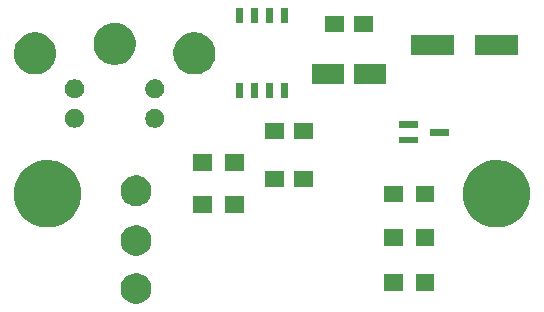
<source format=gbr>
G04 #@! TF.GenerationSoftware,KiCad,Pcbnew,(5.1.4)-1*
G04 #@! TF.CreationDate,2020-06-09T22:55:59+02:00*
G04 #@! TF.ProjectId,S-VHS ZX Spectrum Rev. B,532d5648-5320-45a5-9820-537065637472,rev?*
G04 #@! TF.SameCoordinates,Original*
G04 #@! TF.FileFunction,Soldermask,Top*
G04 #@! TF.FilePolarity,Negative*
%FSLAX46Y46*%
G04 Gerber Fmt 4.6, Leading zero omitted, Abs format (unit mm)*
G04 Created by KiCad (PCBNEW (5.1.4)-1) date 2020-06-09 22:55:59*
%MOMM*%
%LPD*%
G04 APERTURE LIST*
%ADD10C,0.150000*%
G04 APERTURE END LIST*
D10*
G36*
X146810393Y-109239304D02*
G01*
X147047101Y-109337352D01*
X147047103Y-109337353D01*
X147260135Y-109479696D01*
X147441304Y-109660865D01*
X147583647Y-109873897D01*
X147583648Y-109873899D01*
X147681696Y-110110607D01*
X147731680Y-110361893D01*
X147731680Y-110618107D01*
X147681696Y-110869393D01*
X147583648Y-111106101D01*
X147583647Y-111106103D01*
X147441304Y-111319135D01*
X147260135Y-111500304D01*
X147047103Y-111642647D01*
X147047102Y-111642648D01*
X147047101Y-111642648D01*
X146810393Y-111740696D01*
X146559107Y-111790680D01*
X146302893Y-111790680D01*
X146051607Y-111740696D01*
X145814899Y-111642648D01*
X145814898Y-111642648D01*
X145814897Y-111642647D01*
X145601865Y-111500304D01*
X145420696Y-111319135D01*
X145278353Y-111106103D01*
X145278352Y-111106101D01*
X145180304Y-110869393D01*
X145130320Y-110618107D01*
X145130320Y-110361893D01*
X145180304Y-110110607D01*
X145278352Y-109873899D01*
X145278353Y-109873897D01*
X145420696Y-109660865D01*
X145601865Y-109479696D01*
X145814897Y-109337353D01*
X145814899Y-109337352D01*
X146051607Y-109239304D01*
X146302893Y-109189320D01*
X146559107Y-109189320D01*
X146810393Y-109239304D01*
X146810393Y-109239304D01*
G37*
G36*
X171696000Y-110683000D02*
G01*
X170094000Y-110683000D01*
X170094000Y-109281000D01*
X171696000Y-109281000D01*
X171696000Y-110683000D01*
X171696000Y-110683000D01*
G37*
G36*
X168996000Y-110683000D02*
G01*
X167394000Y-110683000D01*
X167394000Y-109281000D01*
X168996000Y-109281000D01*
X168996000Y-110683000D01*
X168996000Y-110683000D01*
G37*
G36*
X146810393Y-105175304D02*
G01*
X147047101Y-105273352D01*
X147047103Y-105273353D01*
X147260135Y-105415696D01*
X147441304Y-105596865D01*
X147583647Y-105809897D01*
X147583648Y-105809899D01*
X147681696Y-106046607D01*
X147731680Y-106297893D01*
X147731680Y-106554107D01*
X147681696Y-106805393D01*
X147653692Y-106873000D01*
X147583647Y-107042103D01*
X147441304Y-107255135D01*
X147260135Y-107436304D01*
X147047103Y-107578647D01*
X147047102Y-107578648D01*
X147047101Y-107578648D01*
X146810393Y-107676696D01*
X146559107Y-107726680D01*
X146302893Y-107726680D01*
X146051607Y-107676696D01*
X145814899Y-107578648D01*
X145814898Y-107578648D01*
X145814897Y-107578647D01*
X145601865Y-107436304D01*
X145420696Y-107255135D01*
X145278353Y-107042103D01*
X145208308Y-106873000D01*
X145180304Y-106805393D01*
X145130320Y-106554107D01*
X145130320Y-106297893D01*
X145180304Y-106046607D01*
X145278352Y-105809899D01*
X145278353Y-105809897D01*
X145420696Y-105596865D01*
X145601865Y-105415696D01*
X145814897Y-105273353D01*
X145814899Y-105273352D01*
X146051607Y-105175304D01*
X146302893Y-105125320D01*
X146559107Y-105125320D01*
X146810393Y-105175304D01*
X146810393Y-105175304D01*
G37*
G36*
X168996000Y-106873000D02*
G01*
X167394000Y-106873000D01*
X167394000Y-105471000D01*
X168996000Y-105471000D01*
X168996000Y-106873000D01*
X168996000Y-106873000D01*
G37*
G36*
X171696000Y-106873000D02*
G01*
X170094000Y-106873000D01*
X170094000Y-105471000D01*
X171696000Y-105471000D01*
X171696000Y-106873000D01*
X171696000Y-106873000D01*
G37*
G36*
X177506202Y-99692781D02*
G01*
X177781606Y-99747562D01*
X178300455Y-99962476D01*
X178767407Y-100274484D01*
X179164516Y-100671593D01*
X179476524Y-101138545D01*
X179691438Y-101657394D01*
X179801000Y-102208201D01*
X179801000Y-102769799D01*
X179691438Y-103320606D01*
X179476524Y-103839455D01*
X179164516Y-104306407D01*
X178767407Y-104703516D01*
X178300455Y-105015524D01*
X177781606Y-105230438D01*
X177565862Y-105273352D01*
X177230800Y-105340000D01*
X176669200Y-105340000D01*
X176334138Y-105273352D01*
X176118394Y-105230438D01*
X175599545Y-105015524D01*
X175132593Y-104703516D01*
X174735484Y-104306407D01*
X174423476Y-103839455D01*
X174208562Y-103320606D01*
X174099000Y-102769799D01*
X174099000Y-102208201D01*
X174208562Y-101657394D01*
X174423476Y-101138545D01*
X174735484Y-100671593D01*
X175132593Y-100274484D01*
X175599545Y-99962476D01*
X176118394Y-99747562D01*
X176669200Y-99638000D01*
X177230800Y-99638000D01*
X177506202Y-99692781D01*
X177506202Y-99692781D01*
G37*
G36*
X139494202Y-99692781D02*
G01*
X139769606Y-99747562D01*
X140288455Y-99962476D01*
X140755407Y-100274484D01*
X141152516Y-100671593D01*
X141464524Y-101138545D01*
X141679438Y-101657394D01*
X141789000Y-102208201D01*
X141789000Y-102769799D01*
X141679438Y-103320606D01*
X141464524Y-103839455D01*
X141152516Y-104306407D01*
X140755407Y-104703516D01*
X140288455Y-105015524D01*
X139769606Y-105230438D01*
X139553862Y-105273352D01*
X139218800Y-105340000D01*
X138657200Y-105340000D01*
X138322138Y-105273352D01*
X138106394Y-105230438D01*
X137587545Y-105015524D01*
X137120593Y-104703516D01*
X136723484Y-104306407D01*
X136411476Y-103839455D01*
X136196562Y-103320606D01*
X136087000Y-102769799D01*
X136087000Y-102208201D01*
X136196562Y-101657394D01*
X136411476Y-101138545D01*
X136723484Y-100671593D01*
X137120593Y-100274484D01*
X137587545Y-99962476D01*
X138106394Y-99747562D01*
X138657200Y-99638000D01*
X139218800Y-99638000D01*
X139494202Y-99692781D01*
X139494202Y-99692781D01*
G37*
G36*
X155567000Y-104079000D02*
G01*
X153965000Y-104079000D01*
X153965000Y-102677000D01*
X155567000Y-102677000D01*
X155567000Y-104079000D01*
X155567000Y-104079000D01*
G37*
G36*
X152867000Y-104079000D02*
G01*
X151265000Y-104079000D01*
X151265000Y-102677000D01*
X152867000Y-102677000D01*
X152867000Y-104079000D01*
X152867000Y-104079000D01*
G37*
G36*
X146810393Y-100984304D02*
G01*
X147047101Y-101082352D01*
X147047103Y-101082353D01*
X147260135Y-101224696D01*
X147441304Y-101405865D01*
X147583647Y-101618897D01*
X147583648Y-101618899D01*
X147681696Y-101855607D01*
X147731680Y-102106893D01*
X147731680Y-102363107D01*
X147681696Y-102614393D01*
X147617324Y-102769800D01*
X147583647Y-102851103D01*
X147441304Y-103064135D01*
X147260135Y-103245304D01*
X147047103Y-103387647D01*
X147047102Y-103387648D01*
X147047101Y-103387648D01*
X146810393Y-103485696D01*
X146559107Y-103535680D01*
X146302893Y-103535680D01*
X146051607Y-103485696D01*
X145814899Y-103387648D01*
X145814898Y-103387648D01*
X145814897Y-103387647D01*
X145601865Y-103245304D01*
X145420696Y-103064135D01*
X145278353Y-102851103D01*
X145244676Y-102769800D01*
X145180304Y-102614393D01*
X145130320Y-102363107D01*
X145130320Y-102106893D01*
X145180304Y-101855607D01*
X145278352Y-101618899D01*
X145278353Y-101618897D01*
X145420696Y-101405865D01*
X145601865Y-101224696D01*
X145814897Y-101082353D01*
X145814899Y-101082352D01*
X146051607Y-100984304D01*
X146302893Y-100934320D01*
X146559107Y-100934320D01*
X146810393Y-100984304D01*
X146810393Y-100984304D01*
G37*
G36*
X171696000Y-103190000D02*
G01*
X170094000Y-103190000D01*
X170094000Y-101788000D01*
X171696000Y-101788000D01*
X171696000Y-103190000D01*
X171696000Y-103190000D01*
G37*
G36*
X168996000Y-103190000D02*
G01*
X167394000Y-103190000D01*
X167394000Y-101788000D01*
X168996000Y-101788000D01*
X168996000Y-103190000D01*
X168996000Y-103190000D01*
G37*
G36*
X158936000Y-101895000D02*
G01*
X157334000Y-101895000D01*
X157334000Y-100543000D01*
X158936000Y-100543000D01*
X158936000Y-101895000D01*
X158936000Y-101895000D01*
G37*
G36*
X161436000Y-101895000D02*
G01*
X159834000Y-101895000D01*
X159834000Y-100543000D01*
X161436000Y-100543000D01*
X161436000Y-101895000D01*
X161436000Y-101895000D01*
G37*
G36*
X155567000Y-100523000D02*
G01*
X153965000Y-100523000D01*
X153965000Y-99121000D01*
X155567000Y-99121000D01*
X155567000Y-100523000D01*
X155567000Y-100523000D01*
G37*
G36*
X152867000Y-100523000D02*
G01*
X151265000Y-100523000D01*
X151265000Y-99121000D01*
X152867000Y-99121000D01*
X152867000Y-100523000D01*
X152867000Y-100523000D01*
G37*
G36*
X170286000Y-98208000D02*
G01*
X168684000Y-98208000D01*
X168684000Y-97656000D01*
X170286000Y-97656000D01*
X170286000Y-98208000D01*
X170286000Y-98208000D01*
G37*
G36*
X158936000Y-97831000D02*
G01*
X157334000Y-97831000D01*
X157334000Y-96479000D01*
X158936000Y-96479000D01*
X158936000Y-97831000D01*
X158936000Y-97831000D01*
G37*
G36*
X161436000Y-97831000D02*
G01*
X159834000Y-97831000D01*
X159834000Y-96479000D01*
X161436000Y-96479000D01*
X161436000Y-97831000D01*
X161436000Y-97831000D01*
G37*
G36*
X172946000Y-97558000D02*
G01*
X171344000Y-97558000D01*
X171344000Y-97006000D01*
X172946000Y-97006000D01*
X172946000Y-97558000D01*
X172946000Y-97558000D01*
G37*
G36*
X170286000Y-96908000D02*
G01*
X168684000Y-96908000D01*
X168684000Y-96356000D01*
X170286000Y-96356000D01*
X170286000Y-96908000D01*
X170286000Y-96908000D01*
G37*
G36*
X141457642Y-95328781D02*
G01*
X141603414Y-95389162D01*
X141603416Y-95389163D01*
X141734608Y-95476822D01*
X141846178Y-95588392D01*
X141933837Y-95719584D01*
X141933838Y-95719586D01*
X141994219Y-95865358D01*
X142025000Y-96020107D01*
X142025000Y-96177893D01*
X141994219Y-96332642D01*
X141933838Y-96478414D01*
X141933837Y-96478416D01*
X141846178Y-96609608D01*
X141734608Y-96721178D01*
X141603416Y-96808837D01*
X141603415Y-96808838D01*
X141603414Y-96808838D01*
X141457642Y-96869219D01*
X141302893Y-96900000D01*
X141145107Y-96900000D01*
X140990358Y-96869219D01*
X140844586Y-96808838D01*
X140844585Y-96808838D01*
X140844584Y-96808837D01*
X140713392Y-96721178D01*
X140601822Y-96609608D01*
X140514163Y-96478416D01*
X140514162Y-96478414D01*
X140453781Y-96332642D01*
X140423000Y-96177893D01*
X140423000Y-96020107D01*
X140453781Y-95865358D01*
X140514162Y-95719586D01*
X140514163Y-95719584D01*
X140601822Y-95588392D01*
X140713392Y-95476822D01*
X140844584Y-95389163D01*
X140844586Y-95389162D01*
X140990358Y-95328781D01*
X141145107Y-95298000D01*
X141302893Y-95298000D01*
X141457642Y-95328781D01*
X141457642Y-95328781D01*
G37*
G36*
X148257642Y-95328781D02*
G01*
X148403414Y-95389162D01*
X148403416Y-95389163D01*
X148534608Y-95476822D01*
X148646178Y-95588392D01*
X148733837Y-95719584D01*
X148733838Y-95719586D01*
X148794219Y-95865358D01*
X148825000Y-96020107D01*
X148825000Y-96177893D01*
X148794219Y-96332642D01*
X148733838Y-96478414D01*
X148733837Y-96478416D01*
X148646178Y-96609608D01*
X148534608Y-96721178D01*
X148403416Y-96808837D01*
X148403415Y-96808838D01*
X148403414Y-96808838D01*
X148257642Y-96869219D01*
X148102893Y-96900000D01*
X147945107Y-96900000D01*
X147790358Y-96869219D01*
X147644586Y-96808838D01*
X147644585Y-96808838D01*
X147644584Y-96808837D01*
X147513392Y-96721178D01*
X147401822Y-96609608D01*
X147314163Y-96478416D01*
X147314162Y-96478414D01*
X147253781Y-96332642D01*
X147223000Y-96177893D01*
X147223000Y-96020107D01*
X147253781Y-95865358D01*
X147314162Y-95719586D01*
X147314163Y-95719584D01*
X147401822Y-95588392D01*
X147513392Y-95476822D01*
X147644584Y-95389163D01*
X147644586Y-95389162D01*
X147790358Y-95328781D01*
X147945107Y-95298000D01*
X148102893Y-95298000D01*
X148257642Y-95328781D01*
X148257642Y-95328781D01*
G37*
G36*
X148257642Y-92828781D02*
G01*
X148403414Y-92889162D01*
X148403416Y-92889163D01*
X148534608Y-92976822D01*
X148646178Y-93088392D01*
X148707388Y-93180000D01*
X148733838Y-93219586D01*
X148794219Y-93365358D01*
X148825000Y-93520107D01*
X148825000Y-93677893D01*
X148794219Y-93832642D01*
X148733838Y-93978414D01*
X148733837Y-93978416D01*
X148646178Y-94109608D01*
X148534608Y-94221178D01*
X148403416Y-94308837D01*
X148403415Y-94308838D01*
X148403414Y-94308838D01*
X148257642Y-94369219D01*
X148102893Y-94400000D01*
X147945107Y-94400000D01*
X147790358Y-94369219D01*
X147644586Y-94308838D01*
X147644585Y-94308838D01*
X147644584Y-94308837D01*
X147513392Y-94221178D01*
X147401822Y-94109608D01*
X147314163Y-93978416D01*
X147314162Y-93978414D01*
X147253781Y-93832642D01*
X147223000Y-93677893D01*
X147223000Y-93520107D01*
X147253781Y-93365358D01*
X147314162Y-93219586D01*
X147340612Y-93180000D01*
X147401822Y-93088392D01*
X147513392Y-92976822D01*
X147644584Y-92889163D01*
X147644586Y-92889162D01*
X147790358Y-92828781D01*
X147945107Y-92798000D01*
X148102893Y-92798000D01*
X148257642Y-92828781D01*
X148257642Y-92828781D01*
G37*
G36*
X141457642Y-92828781D02*
G01*
X141603414Y-92889162D01*
X141603416Y-92889163D01*
X141734608Y-92976822D01*
X141846178Y-93088392D01*
X141907388Y-93180000D01*
X141933838Y-93219586D01*
X141994219Y-93365358D01*
X142025000Y-93520107D01*
X142025000Y-93677893D01*
X141994219Y-93832642D01*
X141933838Y-93978414D01*
X141933837Y-93978416D01*
X141846178Y-94109608D01*
X141734608Y-94221178D01*
X141603416Y-94308837D01*
X141603415Y-94308838D01*
X141603414Y-94308838D01*
X141457642Y-94369219D01*
X141302893Y-94400000D01*
X141145107Y-94400000D01*
X140990358Y-94369219D01*
X140844586Y-94308838D01*
X140844585Y-94308838D01*
X140844584Y-94308837D01*
X140713392Y-94221178D01*
X140601822Y-94109608D01*
X140514163Y-93978416D01*
X140514162Y-93978414D01*
X140453781Y-93832642D01*
X140423000Y-93677893D01*
X140423000Y-93520107D01*
X140453781Y-93365358D01*
X140514162Y-93219586D01*
X140540612Y-93180000D01*
X140601822Y-93088392D01*
X140713392Y-92976822D01*
X140844584Y-92889163D01*
X140844586Y-92889162D01*
X140990358Y-92828781D01*
X141145107Y-92798000D01*
X141302893Y-92798000D01*
X141457642Y-92828781D01*
X141457642Y-92828781D01*
G37*
G36*
X156769000Y-94348500D02*
G01*
X156159000Y-94348500D01*
X156159000Y-93103500D01*
X156769000Y-93103500D01*
X156769000Y-94348500D01*
X156769000Y-94348500D01*
G37*
G36*
X159309000Y-94348500D02*
G01*
X158699000Y-94348500D01*
X158699000Y-93103500D01*
X159309000Y-93103500D01*
X159309000Y-94348500D01*
X159309000Y-94348500D01*
G37*
G36*
X158039000Y-94348500D02*
G01*
X157429000Y-94348500D01*
X157429000Y-93103500D01*
X158039000Y-93103500D01*
X158039000Y-94348500D01*
X158039000Y-94348500D01*
G37*
G36*
X155499000Y-94348500D02*
G01*
X154889000Y-94348500D01*
X154889000Y-93103500D01*
X155499000Y-93103500D01*
X155499000Y-94348500D01*
X155499000Y-94348500D01*
G37*
G36*
X167616000Y-93180000D02*
G01*
X164914000Y-93180000D01*
X164914000Y-91478000D01*
X167616000Y-91478000D01*
X167616000Y-93180000D01*
X167616000Y-93180000D01*
G37*
G36*
X164016000Y-93180000D02*
G01*
X161314000Y-93180000D01*
X161314000Y-91478000D01*
X164016000Y-91478000D01*
X164016000Y-93180000D01*
X164016000Y-93180000D01*
G37*
G36*
X138279372Y-88861193D02*
G01*
X138394228Y-88884039D01*
X138718804Y-89018482D01*
X139010915Y-89213665D01*
X139259335Y-89462085D01*
X139454518Y-89754196D01*
X139545836Y-89974659D01*
X139588961Y-90078773D01*
X139657500Y-90423339D01*
X139657500Y-90774661D01*
X139625424Y-90935915D01*
X139588961Y-91119228D01*
X139454518Y-91443804D01*
X139259335Y-91735915D01*
X139010915Y-91984335D01*
X138718804Y-92179518D01*
X138394228Y-92313961D01*
X138279372Y-92336807D01*
X138049661Y-92382500D01*
X137698339Y-92382500D01*
X137468628Y-92336807D01*
X137353772Y-92313961D01*
X137029196Y-92179518D01*
X136737085Y-91984335D01*
X136488665Y-91735915D01*
X136293482Y-91443804D01*
X136159039Y-91119228D01*
X136122576Y-90935915D01*
X136090500Y-90774661D01*
X136090500Y-90423339D01*
X136159039Y-90078773D01*
X136202164Y-89974659D01*
X136293482Y-89754196D01*
X136488665Y-89462085D01*
X136737085Y-89213665D01*
X137029196Y-89018482D01*
X137353772Y-88884039D01*
X137468628Y-88861193D01*
X137698339Y-88815500D01*
X138049661Y-88815500D01*
X138279372Y-88861193D01*
X138279372Y-88861193D01*
G37*
G36*
X151779372Y-88861193D02*
G01*
X151894228Y-88884039D01*
X152218804Y-89018482D01*
X152510915Y-89213665D01*
X152759335Y-89462085D01*
X152954518Y-89754196D01*
X153045836Y-89974659D01*
X153088961Y-90078773D01*
X153157500Y-90423339D01*
X153157500Y-90774661D01*
X153125424Y-90935915D01*
X153088961Y-91119228D01*
X152954518Y-91443804D01*
X152759335Y-91735915D01*
X152510915Y-91984335D01*
X152218804Y-92179518D01*
X151894228Y-92313961D01*
X151779372Y-92336807D01*
X151549661Y-92382500D01*
X151198339Y-92382500D01*
X150968628Y-92336807D01*
X150853772Y-92313961D01*
X150529196Y-92179518D01*
X150237085Y-91984335D01*
X149988665Y-91735915D01*
X149793482Y-91443804D01*
X149659039Y-91119228D01*
X149622576Y-90935915D01*
X149590500Y-90774661D01*
X149590500Y-90423339D01*
X149659039Y-90078773D01*
X149702164Y-89974659D01*
X149793482Y-89754196D01*
X149988665Y-89462085D01*
X150237085Y-89213665D01*
X150529196Y-89018482D01*
X150853772Y-88884039D01*
X150968628Y-88861193D01*
X151198339Y-88815500D01*
X151549661Y-88815500D01*
X151779372Y-88861193D01*
X151779372Y-88861193D01*
G37*
G36*
X145029372Y-88061193D02*
G01*
X145144228Y-88084039D01*
X145468804Y-88218482D01*
X145760915Y-88413665D01*
X146009335Y-88662085D01*
X146204518Y-88954196D01*
X146338961Y-89278772D01*
X146338961Y-89278773D01*
X146407500Y-89623339D01*
X146407500Y-89974661D01*
X146361807Y-90204372D01*
X146338961Y-90319228D01*
X146204518Y-90643804D01*
X146009335Y-90935915D01*
X145760915Y-91184335D01*
X145468804Y-91379518D01*
X145144228Y-91513961D01*
X145029372Y-91536807D01*
X144799661Y-91582500D01*
X144448339Y-91582500D01*
X144218628Y-91536807D01*
X144103772Y-91513961D01*
X143779196Y-91379518D01*
X143487085Y-91184335D01*
X143238665Y-90935915D01*
X143043482Y-90643804D01*
X142909039Y-90319228D01*
X142886193Y-90204372D01*
X142840500Y-89974661D01*
X142840500Y-89623339D01*
X142909039Y-89278773D01*
X142909039Y-89278772D01*
X143043482Y-88954196D01*
X143238665Y-88662085D01*
X143487085Y-88413665D01*
X143779196Y-88218482D01*
X144103772Y-88084039D01*
X144218628Y-88061193D01*
X144448339Y-88015500D01*
X144799661Y-88015500D01*
X145029372Y-88061193D01*
X145029372Y-88061193D01*
G37*
G36*
X178745000Y-90767000D02*
G01*
X175143000Y-90767000D01*
X175143000Y-89065000D01*
X178745000Y-89065000D01*
X178745000Y-90767000D01*
X178745000Y-90767000D01*
G37*
G36*
X173345000Y-90767000D02*
G01*
X169743000Y-90767000D01*
X169743000Y-89065000D01*
X173345000Y-89065000D01*
X173345000Y-90767000D01*
X173345000Y-90767000D01*
G37*
G36*
X164016000Y-88814000D02*
G01*
X162414000Y-88814000D01*
X162414000Y-87462000D01*
X164016000Y-87462000D01*
X164016000Y-88814000D01*
X164016000Y-88814000D01*
G37*
G36*
X166516000Y-88814000D02*
G01*
X164914000Y-88814000D01*
X164914000Y-87462000D01*
X166516000Y-87462000D01*
X166516000Y-88814000D01*
X166516000Y-88814000D01*
G37*
G36*
X156769000Y-87998500D02*
G01*
X156159000Y-87998500D01*
X156159000Y-86753500D01*
X156769000Y-86753500D01*
X156769000Y-87998500D01*
X156769000Y-87998500D01*
G37*
G36*
X155499000Y-87998500D02*
G01*
X154889000Y-87998500D01*
X154889000Y-86753500D01*
X155499000Y-86753500D01*
X155499000Y-87998500D01*
X155499000Y-87998500D01*
G37*
G36*
X158039000Y-87998500D02*
G01*
X157429000Y-87998500D01*
X157429000Y-86753500D01*
X158039000Y-86753500D01*
X158039000Y-87998500D01*
X158039000Y-87998500D01*
G37*
G36*
X159309000Y-87998500D02*
G01*
X158699000Y-87998500D01*
X158699000Y-86753500D01*
X159309000Y-86753500D01*
X159309000Y-87998500D01*
X159309000Y-87998500D01*
G37*
M02*

</source>
